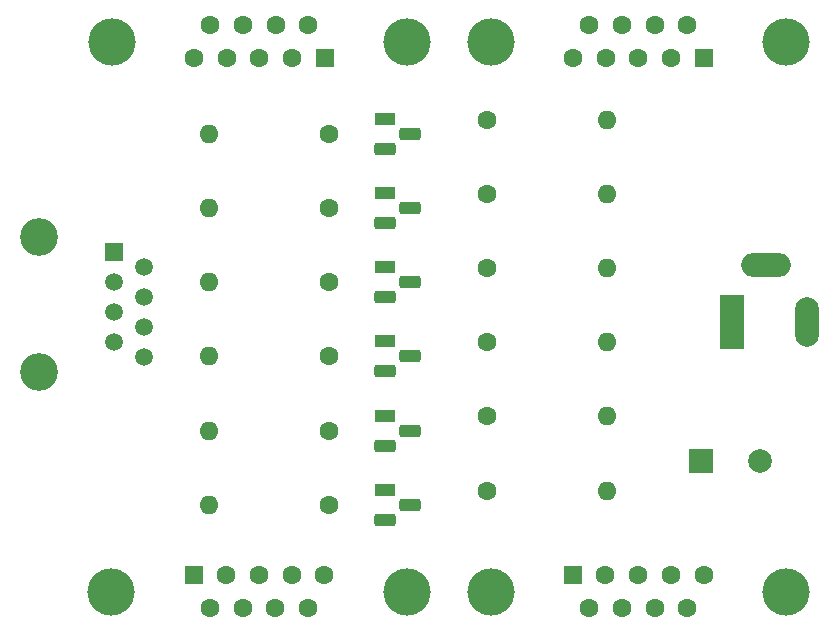
<source format=gbr>
%TF.GenerationSoftware,KiCad,Pcbnew,8.0.4*%
%TF.CreationDate,2024-09-02T12:40:36+02:00*%
%TF.ProjectId,Big7segDisplayDrv,42696737-7365-4674-9469-73706c617944,rev?*%
%TF.SameCoordinates,Original*%
%TF.FileFunction,Soldermask,Top*%
%TF.FilePolarity,Negative*%
%FSLAX46Y46*%
G04 Gerber Fmt 4.6, Leading zero omitted, Abs format (unit mm)*
G04 Created by KiCad (PCBNEW 8.0.4) date 2024-09-02 12:40:36*
%MOMM*%
%LPD*%
G01*
G04 APERTURE LIST*
G04 Aperture macros list*
%AMRoundRect*
0 Rectangle with rounded corners*
0 $1 Rounding radius*
0 $2 $3 $4 $5 $6 $7 $8 $9 X,Y pos of 4 corners*
0 Add a 4 corners polygon primitive as box body*
4,1,4,$2,$3,$4,$5,$6,$7,$8,$9,$2,$3,0*
0 Add four circle primitives for the rounded corners*
1,1,$1+$1,$2,$3*
1,1,$1+$1,$4,$5*
1,1,$1+$1,$6,$7*
1,1,$1+$1,$8,$9*
0 Add four rect primitives between the rounded corners*
20,1,$1+$1,$2,$3,$4,$5,0*
20,1,$1+$1,$4,$5,$6,$7,0*
20,1,$1+$1,$6,$7,$8,$9,0*
20,1,$1+$1,$8,$9,$2,$3,0*%
G04 Aperture macros list end*
%ADD10C,4.000000*%
%ADD11R,1.600000X1.600000*%
%ADD12C,1.600000*%
%ADD13R,1.800000X1.100000*%
%ADD14RoundRect,0.275000X-0.625000X0.275000X-0.625000X-0.275000X0.625000X-0.275000X0.625000X0.275000X0*%
%ADD15R,2.000000X4.600000*%
%ADD16O,2.000000X4.200000*%
%ADD17O,4.200000X2.000000*%
%ADD18R,2.000000X2.000000*%
%ADD19C,2.000000*%
%ADD20O,1.600000X1.600000*%
%ADD21C,3.200000*%
%ADD22R,1.500000X1.500000*%
%ADD23C,1.500000*%
G04 APERTURE END LIST*
D10*
%TO.C,J6*%
X132010000Y-77110331D03*
X107010000Y-77110331D03*
D11*
X125050000Y-78530331D03*
D12*
X122280000Y-78530331D03*
X119510000Y-78530331D03*
X116740000Y-78530331D03*
X113970000Y-78530331D03*
X123665000Y-75690331D03*
X120895000Y-75690331D03*
X118125000Y-75690331D03*
X115355000Y-75690331D03*
%TD*%
D13*
%TO.C,Q1*%
X130180000Y-83682000D03*
D14*
X132250000Y-84952000D03*
X130180000Y-86222000D03*
%TD*%
D10*
%TO.C,J7*%
X164110000Y-77110331D03*
X139110000Y-77110331D03*
D11*
X157150000Y-78530331D03*
D12*
X154380000Y-78530331D03*
X151610000Y-78530331D03*
X148840000Y-78530331D03*
X146070000Y-78530331D03*
X155765000Y-75690331D03*
X152995000Y-75690331D03*
X150225000Y-75690331D03*
X147455000Y-75690331D03*
%TD*%
D15*
%TO.C,J10*%
X159550000Y-100850000D03*
D16*
X165850000Y-100850000D03*
D17*
X162450000Y-96050000D03*
%TD*%
D13*
%TO.C,Q5*%
X130180000Y-108778000D03*
D14*
X132250000Y-110048000D03*
X130180000Y-111318000D03*
%TD*%
D18*
%TO.C,C1*%
X156932323Y-112600000D03*
D19*
X161932323Y-112600000D03*
%TD*%
D12*
%TO.C,R3*%
X138760000Y-96286000D03*
D20*
X148920000Y-96286000D03*
%TD*%
D13*
%TO.C,Q2*%
X130180000Y-89956000D03*
D14*
X132250000Y-91226000D03*
X130180000Y-92496000D03*
%TD*%
D21*
%TO.C,J8*%
X100850000Y-93647500D03*
X100850000Y-105077500D03*
D22*
X107200000Y-94917500D03*
D23*
X109740000Y-96187500D03*
X107200000Y-97457500D03*
X109740000Y-98727500D03*
X107200000Y-99997500D03*
X109740000Y-101267500D03*
X107200000Y-102537500D03*
X109740000Y-103807500D03*
%TD*%
D13*
%TO.C,Q4*%
X130180000Y-102504000D03*
D14*
X132250000Y-103774000D03*
X130180000Y-105044000D03*
%TD*%
D12*
%TO.C,R9*%
X125420000Y-97486000D03*
D20*
X115260000Y-97486000D03*
%TD*%
D12*
%TO.C,R1*%
X138760000Y-83726000D03*
D20*
X148920000Y-83726000D03*
%TD*%
D12*
%TO.C,R2*%
X138760000Y-90006000D03*
D20*
X148920000Y-90006000D03*
%TD*%
D10*
%TO.C,J4*%
X106990000Y-123689669D03*
X131990000Y-123689669D03*
D11*
X113950000Y-122269669D03*
D12*
X116720000Y-122269669D03*
X119490000Y-122269669D03*
X122260000Y-122269669D03*
X125030000Y-122269669D03*
X115335000Y-125109669D03*
X118105000Y-125109669D03*
X120875000Y-125109669D03*
X123645000Y-125109669D03*
%TD*%
%TO.C,R8*%
X125420000Y-91206000D03*
D20*
X115260000Y-91206000D03*
%TD*%
D12*
%TO.C,R4*%
X138760000Y-102566000D03*
D20*
X148920000Y-102566000D03*
%TD*%
D13*
%TO.C,Q6*%
X130180000Y-115052000D03*
D14*
X132250000Y-116322000D03*
X130180000Y-117592000D03*
%TD*%
D12*
%TO.C,R10*%
X125420000Y-103766000D03*
D20*
X115260000Y-103766000D03*
%TD*%
D12*
%TO.C,R12*%
X125420000Y-116326000D03*
D20*
X115260000Y-116326000D03*
%TD*%
D12*
%TO.C,R7*%
X125420000Y-84926000D03*
D20*
X115260000Y-84926000D03*
%TD*%
D10*
%TO.C,J5*%
X139090000Y-123689669D03*
X164090000Y-123689669D03*
D11*
X146050000Y-122269669D03*
D12*
X148820000Y-122269669D03*
X151590000Y-122269669D03*
X154360000Y-122269669D03*
X157130000Y-122269669D03*
X147435000Y-125109669D03*
X150205000Y-125109669D03*
X152975000Y-125109669D03*
X155745000Y-125109669D03*
%TD*%
%TO.C,R6*%
X138760000Y-115126000D03*
D20*
X148920000Y-115126000D03*
%TD*%
D12*
%TO.C,R5*%
X138760000Y-108846000D03*
D20*
X148920000Y-108846000D03*
%TD*%
D12*
%TO.C,R11*%
X125420000Y-110046000D03*
D20*
X115260000Y-110046000D03*
%TD*%
D13*
%TO.C,Q3*%
X130180000Y-96230000D03*
D14*
X132250000Y-97500000D03*
X130180000Y-98770000D03*
%TD*%
M02*

</source>
